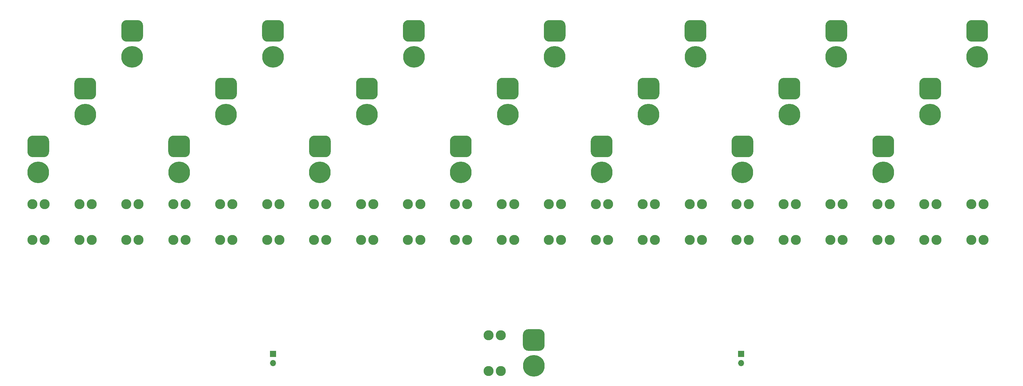
<source format=gbr>
%TF.GenerationSoftware,KiCad,Pcbnew,(5.1.7)-1*%
%TF.CreationDate,2020-11-19T07:16:12+01:00*%
%TF.ProjectId,power_distribution_v01,706f7765-725f-4646-9973-747269627574,rev?*%
%TF.SameCoordinates,Original*%
%TF.FileFunction,Soldermask,Bot*%
%TF.FilePolarity,Negative*%
%FSLAX46Y46*%
G04 Gerber Fmt 4.6, Leading zero omitted, Abs format (unit mm)*
G04 Created by KiCad (PCBNEW (5.1.7)-1) date 2020-11-19 07:16:12*
%MOMM*%
%LPD*%
G01*
G04 APERTURE LIST*
%ADD10O,1.700000X1.700000*%
%ADD11R,1.700000X1.700000*%
%ADD12C,6.000000*%
%ADD13C,2.780000*%
G04 APERTURE END LIST*
D10*
%TO.C,J102*%
X279650000Y-192540000D03*
D11*
X279650000Y-190000000D03*
%TD*%
D10*
%TO.C,J101*%
X150000000Y-192540000D03*
D11*
X150000000Y-190000000D03*
%TD*%
%TO.C,J22*%
G36*
G01*
X83500000Y-129500000D02*
X86500000Y-129500000D01*
G75*
G02*
X88000000Y-131000000I0J-1500000D01*
G01*
X88000000Y-134000000D01*
G75*
G02*
X86500000Y-135500000I-1500000J0D01*
G01*
X83500000Y-135500000D01*
G75*
G02*
X82000000Y-134000000I0J1500000D01*
G01*
X82000000Y-131000000D01*
G75*
G02*
X83500000Y-129500000I1500000J0D01*
G01*
G37*
D12*
X85000000Y-139700000D03*
%TD*%
%TO.C,J21*%
G36*
G01*
X96500000Y-113500000D02*
X99500000Y-113500000D01*
G75*
G02*
X101000000Y-115000000I0J-1500000D01*
G01*
X101000000Y-118000000D01*
G75*
G02*
X99500000Y-119500000I-1500000J0D01*
G01*
X96500000Y-119500000D01*
G75*
G02*
X95000000Y-118000000I0J1500000D01*
G01*
X95000000Y-115000000D01*
G75*
G02*
X96500000Y-113500000I1500000J0D01*
G01*
G37*
X98000000Y-123700000D03*
%TD*%
%TO.C,J20*%
G36*
G01*
X109500000Y-97500000D02*
X112500000Y-97500000D01*
G75*
G02*
X114000000Y-99000000I0J-1500000D01*
G01*
X114000000Y-102000000D01*
G75*
G02*
X112500000Y-103500000I-1500000J0D01*
G01*
X109500000Y-103500000D01*
G75*
G02*
X108000000Y-102000000I0J1500000D01*
G01*
X108000000Y-99000000D01*
G75*
G02*
X109500000Y-97500000I1500000J0D01*
G01*
G37*
X111000000Y-107700000D03*
%TD*%
%TO.C,J19*%
G36*
G01*
X122500000Y-129500000D02*
X125500000Y-129500000D01*
G75*
G02*
X127000000Y-131000000I0J-1500000D01*
G01*
X127000000Y-134000000D01*
G75*
G02*
X125500000Y-135500000I-1500000J0D01*
G01*
X122500000Y-135500000D01*
G75*
G02*
X121000000Y-134000000I0J1500000D01*
G01*
X121000000Y-131000000D01*
G75*
G02*
X122500000Y-129500000I1500000J0D01*
G01*
G37*
X124000000Y-139700000D03*
%TD*%
%TO.C,J18*%
G36*
G01*
X135500000Y-113500000D02*
X138500000Y-113500000D01*
G75*
G02*
X140000000Y-115000000I0J-1500000D01*
G01*
X140000000Y-118000000D01*
G75*
G02*
X138500000Y-119500000I-1500000J0D01*
G01*
X135500000Y-119500000D01*
G75*
G02*
X134000000Y-118000000I0J1500000D01*
G01*
X134000000Y-115000000D01*
G75*
G02*
X135500000Y-113500000I1500000J0D01*
G01*
G37*
X137000000Y-123700000D03*
%TD*%
%TO.C,J17*%
G36*
G01*
X148500000Y-97500000D02*
X151500000Y-97500000D01*
G75*
G02*
X153000000Y-99000000I0J-1500000D01*
G01*
X153000000Y-102000000D01*
G75*
G02*
X151500000Y-103500000I-1500000J0D01*
G01*
X148500000Y-103500000D01*
G75*
G02*
X147000000Y-102000000I0J1500000D01*
G01*
X147000000Y-99000000D01*
G75*
G02*
X148500000Y-97500000I1500000J0D01*
G01*
G37*
X150000000Y-107700000D03*
%TD*%
%TO.C,J16*%
G36*
G01*
X161500000Y-129500000D02*
X164500000Y-129500000D01*
G75*
G02*
X166000000Y-131000000I0J-1500000D01*
G01*
X166000000Y-134000000D01*
G75*
G02*
X164500000Y-135500000I-1500000J0D01*
G01*
X161500000Y-135500000D01*
G75*
G02*
X160000000Y-134000000I0J1500000D01*
G01*
X160000000Y-131000000D01*
G75*
G02*
X161500000Y-129500000I1500000J0D01*
G01*
G37*
X163000000Y-139700000D03*
%TD*%
%TO.C,J15*%
G36*
G01*
X174500000Y-113500000D02*
X177500000Y-113500000D01*
G75*
G02*
X179000000Y-115000000I0J-1500000D01*
G01*
X179000000Y-118000000D01*
G75*
G02*
X177500000Y-119500000I-1500000J0D01*
G01*
X174500000Y-119500000D01*
G75*
G02*
X173000000Y-118000000I0J1500000D01*
G01*
X173000000Y-115000000D01*
G75*
G02*
X174500000Y-113500000I1500000J0D01*
G01*
G37*
X176000000Y-123700000D03*
%TD*%
%TO.C,J14*%
G36*
G01*
X187500000Y-97500000D02*
X190500000Y-97500000D01*
G75*
G02*
X192000000Y-99000000I0J-1500000D01*
G01*
X192000000Y-102000000D01*
G75*
G02*
X190500000Y-103500000I-1500000J0D01*
G01*
X187500000Y-103500000D01*
G75*
G02*
X186000000Y-102000000I0J1500000D01*
G01*
X186000000Y-99000000D01*
G75*
G02*
X187500000Y-97500000I1500000J0D01*
G01*
G37*
X189000000Y-107700000D03*
%TD*%
%TO.C,J13*%
G36*
G01*
X200500000Y-129500000D02*
X203500000Y-129500000D01*
G75*
G02*
X205000000Y-131000000I0J-1500000D01*
G01*
X205000000Y-134000000D01*
G75*
G02*
X203500000Y-135500000I-1500000J0D01*
G01*
X200500000Y-135500000D01*
G75*
G02*
X199000000Y-134000000I0J1500000D01*
G01*
X199000000Y-131000000D01*
G75*
G02*
X200500000Y-129500000I1500000J0D01*
G01*
G37*
X202000000Y-139700000D03*
%TD*%
%TO.C,J12*%
G36*
G01*
X213500000Y-113500000D02*
X216500000Y-113500000D01*
G75*
G02*
X218000000Y-115000000I0J-1500000D01*
G01*
X218000000Y-118000000D01*
G75*
G02*
X216500000Y-119500000I-1500000J0D01*
G01*
X213500000Y-119500000D01*
G75*
G02*
X212000000Y-118000000I0J1500000D01*
G01*
X212000000Y-115000000D01*
G75*
G02*
X213500000Y-113500000I1500000J0D01*
G01*
G37*
X215000000Y-123700000D03*
%TD*%
%TO.C,J11*%
G36*
G01*
X226500000Y-97500000D02*
X229500000Y-97500000D01*
G75*
G02*
X231000000Y-99000000I0J-1500000D01*
G01*
X231000000Y-102000000D01*
G75*
G02*
X229500000Y-103500000I-1500000J0D01*
G01*
X226500000Y-103500000D01*
G75*
G02*
X225000000Y-102000000I0J1500000D01*
G01*
X225000000Y-99000000D01*
G75*
G02*
X226500000Y-97500000I1500000J0D01*
G01*
G37*
X228000000Y-107700000D03*
%TD*%
%TO.C,J10*%
G36*
G01*
X239500000Y-129500000D02*
X242500000Y-129500000D01*
G75*
G02*
X244000000Y-131000000I0J-1500000D01*
G01*
X244000000Y-134000000D01*
G75*
G02*
X242500000Y-135500000I-1500000J0D01*
G01*
X239500000Y-135500000D01*
G75*
G02*
X238000000Y-134000000I0J1500000D01*
G01*
X238000000Y-131000000D01*
G75*
G02*
X239500000Y-129500000I1500000J0D01*
G01*
G37*
X241000000Y-139700000D03*
%TD*%
%TO.C,J9*%
G36*
G01*
X252500000Y-113500000D02*
X255500000Y-113500000D01*
G75*
G02*
X257000000Y-115000000I0J-1500000D01*
G01*
X257000000Y-118000000D01*
G75*
G02*
X255500000Y-119500000I-1500000J0D01*
G01*
X252500000Y-119500000D01*
G75*
G02*
X251000000Y-118000000I0J1500000D01*
G01*
X251000000Y-115000000D01*
G75*
G02*
X252500000Y-113500000I1500000J0D01*
G01*
G37*
X254000000Y-123700000D03*
%TD*%
%TO.C,J8*%
G36*
G01*
X265500000Y-97500000D02*
X268500000Y-97500000D01*
G75*
G02*
X270000000Y-99000000I0J-1500000D01*
G01*
X270000000Y-102000000D01*
G75*
G02*
X268500000Y-103500000I-1500000J0D01*
G01*
X265500000Y-103500000D01*
G75*
G02*
X264000000Y-102000000I0J1500000D01*
G01*
X264000000Y-99000000D01*
G75*
G02*
X265500000Y-97500000I1500000J0D01*
G01*
G37*
X267000000Y-107700000D03*
%TD*%
%TO.C,J7*%
G36*
G01*
X278500000Y-129500000D02*
X281500000Y-129500000D01*
G75*
G02*
X283000000Y-131000000I0J-1500000D01*
G01*
X283000000Y-134000000D01*
G75*
G02*
X281500000Y-135500000I-1500000J0D01*
G01*
X278500000Y-135500000D01*
G75*
G02*
X277000000Y-134000000I0J1500000D01*
G01*
X277000000Y-131000000D01*
G75*
G02*
X278500000Y-129500000I1500000J0D01*
G01*
G37*
X280000000Y-139700000D03*
%TD*%
%TO.C,J6*%
G36*
G01*
X291500000Y-113500000D02*
X294500000Y-113500000D01*
G75*
G02*
X296000000Y-115000000I0J-1500000D01*
G01*
X296000000Y-118000000D01*
G75*
G02*
X294500000Y-119500000I-1500000J0D01*
G01*
X291500000Y-119500000D01*
G75*
G02*
X290000000Y-118000000I0J1500000D01*
G01*
X290000000Y-115000000D01*
G75*
G02*
X291500000Y-113500000I1500000J0D01*
G01*
G37*
X293000000Y-123700000D03*
%TD*%
%TO.C,J5*%
G36*
G01*
X304500000Y-97500000D02*
X307500000Y-97500000D01*
G75*
G02*
X309000000Y-99000000I0J-1500000D01*
G01*
X309000000Y-102000000D01*
G75*
G02*
X307500000Y-103500000I-1500000J0D01*
G01*
X304500000Y-103500000D01*
G75*
G02*
X303000000Y-102000000I0J1500000D01*
G01*
X303000000Y-99000000D01*
G75*
G02*
X304500000Y-97500000I1500000J0D01*
G01*
G37*
X306000000Y-107700000D03*
%TD*%
%TO.C,J4*%
G36*
G01*
X317500000Y-129500000D02*
X320500000Y-129500000D01*
G75*
G02*
X322000000Y-131000000I0J-1500000D01*
G01*
X322000000Y-134000000D01*
G75*
G02*
X320500000Y-135500000I-1500000J0D01*
G01*
X317500000Y-135500000D01*
G75*
G02*
X316000000Y-134000000I0J1500000D01*
G01*
X316000000Y-131000000D01*
G75*
G02*
X317500000Y-129500000I1500000J0D01*
G01*
G37*
X319000000Y-139700000D03*
%TD*%
%TO.C,J3*%
G36*
G01*
X330500000Y-113500000D02*
X333500000Y-113500000D01*
G75*
G02*
X335000000Y-115000000I0J-1500000D01*
G01*
X335000000Y-118000000D01*
G75*
G02*
X333500000Y-119500000I-1500000J0D01*
G01*
X330500000Y-119500000D01*
G75*
G02*
X329000000Y-118000000I0J1500000D01*
G01*
X329000000Y-115000000D01*
G75*
G02*
X330500000Y-113500000I1500000J0D01*
G01*
G37*
X332000000Y-123700000D03*
%TD*%
%TO.C,J2*%
G36*
G01*
X343500000Y-97500000D02*
X346500000Y-97500000D01*
G75*
G02*
X348000000Y-99000000I0J-1500000D01*
G01*
X348000000Y-102000000D01*
G75*
G02*
X346500000Y-103500000I-1500000J0D01*
G01*
X343500000Y-103500000D01*
G75*
G02*
X342000000Y-102000000I0J1500000D01*
G01*
X342000000Y-99000000D01*
G75*
G02*
X343500000Y-97500000I1500000J0D01*
G01*
G37*
X345000000Y-107700000D03*
%TD*%
D13*
%TO.C,F22*%
X86778000Y-148488000D03*
X83378000Y-148488000D03*
X86778000Y-158408000D03*
X83378000Y-158408000D03*
%TD*%
%TO.C,F21*%
X99778000Y-148488000D03*
X96378000Y-148488000D03*
X99778000Y-158408000D03*
X96378000Y-158408000D03*
%TD*%
%TO.C,F20*%
X112778000Y-148488000D03*
X109378000Y-148488000D03*
X112778000Y-158408000D03*
X109378000Y-158408000D03*
%TD*%
%TO.C,F19*%
X125778000Y-148488000D03*
X122378000Y-148488000D03*
X125778000Y-158408000D03*
X122378000Y-158408000D03*
%TD*%
%TO.C,F18*%
X138778000Y-148488000D03*
X135378000Y-148488000D03*
X138778000Y-158408000D03*
X135378000Y-158408000D03*
%TD*%
%TO.C,F17*%
X151778000Y-148488000D03*
X148378000Y-148488000D03*
X151778000Y-158408000D03*
X148378000Y-158408000D03*
%TD*%
%TO.C,F16*%
X164778000Y-148488000D03*
X161378000Y-148488000D03*
X164778000Y-158408000D03*
X161378000Y-158408000D03*
%TD*%
%TO.C,F15*%
X177778000Y-148488000D03*
X174378000Y-148488000D03*
X177778000Y-158408000D03*
X174378000Y-158408000D03*
%TD*%
%TO.C,F14*%
X190778000Y-148488000D03*
X187378000Y-148488000D03*
X190778000Y-158408000D03*
X187378000Y-158408000D03*
%TD*%
%TO.C,F13*%
X203778000Y-148488000D03*
X200378000Y-148488000D03*
X203778000Y-158408000D03*
X200378000Y-158408000D03*
%TD*%
%TO.C,F12*%
X216778000Y-148488000D03*
X213378000Y-148488000D03*
X216778000Y-158408000D03*
X213378000Y-158408000D03*
%TD*%
%TO.C,F11*%
X229778000Y-148488000D03*
X226378000Y-148488000D03*
X229778000Y-158408000D03*
X226378000Y-158408000D03*
%TD*%
%TO.C,F10*%
X242778000Y-148488000D03*
X239378000Y-148488000D03*
X242778000Y-158408000D03*
X239378000Y-158408000D03*
%TD*%
%TO.C,F9*%
X255778000Y-148488000D03*
X252378000Y-148488000D03*
X255778000Y-158408000D03*
X252378000Y-158408000D03*
%TD*%
%TO.C,F8*%
X268778000Y-148488000D03*
X265378000Y-148488000D03*
X268778000Y-158408000D03*
X265378000Y-158408000D03*
%TD*%
%TO.C,F7*%
X281778000Y-148488000D03*
X278378000Y-148488000D03*
X281778000Y-158408000D03*
X278378000Y-158408000D03*
%TD*%
%TO.C,F6*%
X294778000Y-148488000D03*
X291378000Y-148488000D03*
X294778000Y-158408000D03*
X291378000Y-158408000D03*
%TD*%
%TO.C,F5*%
X307778000Y-148488000D03*
X304378000Y-148488000D03*
X307778000Y-158408000D03*
X304378000Y-158408000D03*
%TD*%
%TO.C,F4*%
X320778000Y-148488000D03*
X317378000Y-148488000D03*
X320778000Y-158408000D03*
X317378000Y-158408000D03*
%TD*%
%TO.C,F3*%
X333778000Y-148488000D03*
X330378000Y-148488000D03*
X333778000Y-158408000D03*
X330378000Y-158408000D03*
%TD*%
%TO.C,F2*%
X346778000Y-148488000D03*
X343378000Y-148488000D03*
X346778000Y-158408000D03*
X343378000Y-158408000D03*
%TD*%
%TO.C,F1*%
X213114000Y-184850000D03*
X209714000Y-184850000D03*
X213114000Y-194770000D03*
X209714000Y-194770000D03*
%TD*%
%TO.C,J1*%
G36*
G01*
X220718420Y-183134000D02*
X223718420Y-183134000D01*
G75*
G02*
X225218420Y-184634000I0J-1500000D01*
G01*
X225218420Y-187634000D01*
G75*
G02*
X223718420Y-189134000I-1500000J0D01*
G01*
X220718420Y-189134000D01*
G75*
G02*
X219218420Y-187634000I0J1500000D01*
G01*
X219218420Y-184634000D01*
G75*
G02*
X220718420Y-183134000I1500000J0D01*
G01*
G37*
D12*
X222218420Y-193334000D03*
%TD*%
M02*

</source>
